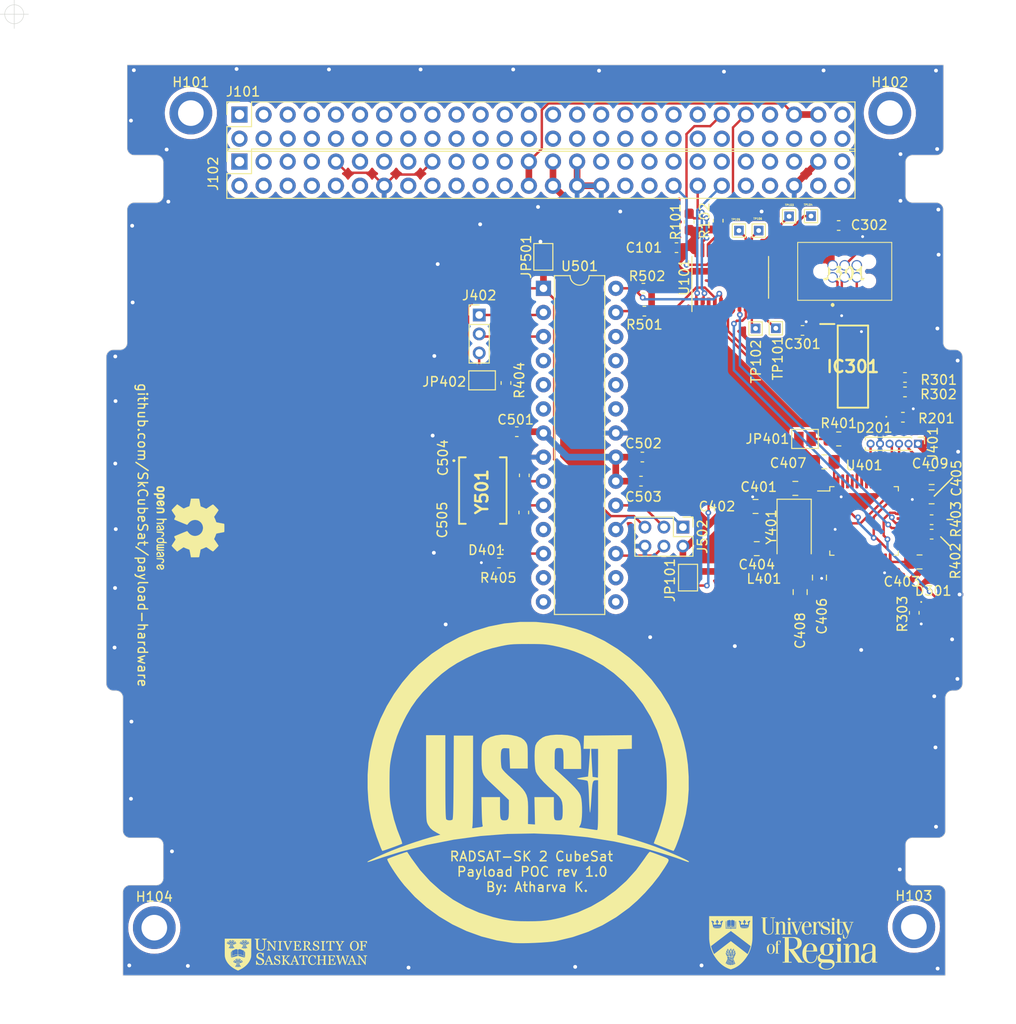
<source format=kicad_pcb>
(kicad_pcb (version 20221018) (generator pcbnew)
  (layers (0 "F.Cu" signal) (31 "B.Cu" signal) (34 "B.Paste" user) (35 "F.Paste" user) (36 "B.SilkS" user "B.Silkscreen") (37 "F.SilkS" user "F.Silkscreen") (38 "B.Mask" user) (39 "F.Mask" user) (44 "Edge.Cuts" user))
  (net 0 "")
  (net 1 "+3.3V")
  (net 2 "GND")
  (net 3 "Net-(U401-VBAT)")
  (net 4 "/STM32/HSE_OUT")
  (net 5 "/STM32/HSE_IN")
  (net 6 "+3.3VA")
  (net 7 "/ATMEL/XTAL1")
  (net 8 "/ATMEL/XTAL2")
  (net 9 "Net-(IC301-~{MCLR}{slash}VPP{slash}RA3)")
  (net 10 "Net-(D201-K)")
  (net 11 "/PIC/SD1")
  (net 12 "/PIC/SC1")
  (net 13 "Net-(IC301-RA1{slash}ICSPCLK)")
  (net 14 "Net-(IC301-RA0{slash}ICSPDAT)")
  (net 55 "SDA")
  (net 56 "CANH")
  (net 57 "SCL")
  (net 58 "CANL")
  (net 61 "+5V")
  (net 93 "Net-(J102-Pin_38)")
  (net 95 "Net-(J102-Pin_40)")
  (net 97 "Net-(J102-Pin_42)")
  (net 107 "/STM32/SWDIO")
  (net 108 "/STM32/nRESET")
  (net 109 "/STM32/SWCLK")
  (net 110 "/STM32/SWO")
  (net 111 "/ATMEL/RXD")
  (net 112 "/ATMEL/TXD")
  (net 113 "MISO")
  (net 114 "SCK")
  (net 115 "MOSI")
  (net 116 "Net-(JP101-A)")
  (net 117 "Net-(JP401-B)")
  (net 118 "/STM32/SC2")
  (net 119 "/STM32/SD2")
  (net 120 "/ATMEL/SD0")
  (net 121 "/ATMEL/SC0")
  (net 122 "Net-(U101-SC3)")
  (net 123 "Net-(U101-SD3)")
  (net 124 "Net-(U101-SC4)")
  (net 125 "Net-(U101-SD4)")
  (net 126 "Net-(U101-SC5)")
  (net 127 "Net-(U101-SD5)")
  (net 153 "Net-(D201-A)")
  (net 162 "Net-(D301-K)")
  (net 163 "~{CS}")
  (net 164 "Net-(D301-A)")
  (net 165 "Net-(D401-K)")
  (net 166 "Net-(D401-A)")
  (net 167 "Net-(J402-Pin_3)")
  (net 185 "Net-(J502-~{RST})")
  (footprint "Capacitor_SMD:C_0805_2012Metric_Pad1.18x1.45mm_HandSolder" (layer "F.Cu") (at 165.735 99.187 180)
    (fp_text reference "C404")
    (fp_text value "30p")
  )
  (footprint "USST_logo:u_of_r_logo_20x8" (layer "F.Cu") (at 169.4688 140.6652)
    (fp_text reference "G***" hide)
    (fp_text value "LOGO" hide)
  )
  (footprint "Capacitor_SMD:C_0603_1608Metric" (layer "F.Cu") (at 140.462 86.868 180)
    (fp_text reference "C501")
    (fp_text value "0.1u")
  )
  (footprint "Resistor_SMD:R_0805_2012Metric_Pad1.20x1.40mm_HandSolder" (layer "F.Cu") (at 174.371 87.63)
    (fp_text reference "R401")
    (fp_text value "10k")
  )
  (footprint "Capacitor_SMD:C_0805_2012Metric_Pad1.18x1.45mm_HandSolder" (layer "F.Cu") (at 165.608 94.742 180)
    (fp_text reference "C402")
    (fp_text value "30p")
  )
  (footprint "Capacitor_SMD:C_0603_1608Metric_Pad1.08x0.95mm_HandSolder" (layer "F.Cu") (at 182.3212 105.9434 -90)
    (fp_text reference "R303")
    (fp_text value "1k")
  )
  (footprint "SamacSys_Parts:ECS100S20ATR" (layer "F.Cu") (at 136.8806 93.0656 -90)
    (fp_text reference "Y501")
    (fp_text value "ECS-100-S-20A-TR" hide)
  )
  (footprint "TestPoint:TestPoint_THTPad_1.0x1.0mm_Drill0.5mm" (layer "F.Cu") (at 165.9382 65.6844)
    (fp_text reference "TP106")
    (fp_text value "TestPoint")
  )
  (footprint "TestPoint:TestPoint_THTPad_1.0x1.0mm_Drill0.5mm" (layer "F.Cu") (at 163.8554 65.6844)
    (fp_text reference "TP105")
    (fp_text value "TestPoint")
  )
  (footprint "Connector_PinSocket_2.54mm:PinSocket_2x26_P2.54mm_Vertical" (layer "F.Cu") (at 111.252 53.467 90)
    (fp_text reference "J101")
    (fp_text value "Conn_02x26_Odd_Even")
  )
  (footprint "Capacitor_SMD:C_0603_1608Metric_Pad1.08x0.95mm_HandSolder" (layer "F.Cu") (at 181.3465 82.679 180)
    (fp_text reference "R302")
    (fp_text value "2k")
  )
  (footprint "Capacitor_SMD:C_0603_1608Metric_Pad1.08x0.95mm_HandSolder" (layer "F.Cu") (at 158.623 64.77 90)
    (fp_text reference "R101")
    (fp_text value "2k")
  )
  (footprint "Jumper:SolderJumper-2_P1.3mm_Open_Pad1.0x1.5mm" (layer "F.Cu") (at 158.496 102.235 90)
    (fp_text reference "JP101")
    (fp_text value "Jumper_2_Open")
  )
  (footprint "Capacitor_SMD:C_0603_1608Metric" (layer "F.Cu") (at 174.3615 65.153)
    (fp_text reference "C302")
    (fp_text value "0.1u")
  )
  (footprint "LED_SMD:LED_0402_1005Metric_Pad0.77x0.64mm_HandSolder" (layer "F.Cu") (at 178.1118 85.2932 180)
    (fp_text reference "D201")
    (fp_text value "LED")
  )
  (footprint "USST_logo:usask_logo_15x3" (layer "F.Cu") (at 117.1956 141.9352)
    (fp_text reference "G***" hide)
    (fp_text value "LOGO" hide)
  )
  (footprint "TestPoint:TestPoint_THTPad_1.0x1.0mm_Drill0.5mm" (layer "F.Cu") (at 167.7416 75.9714)
    (fp_text reference "TP101")
    (fp_text value "TestPoint")
  )
  (footprint "Package_DIP:DIP-28_W7.62mm" (layer "F.Cu") (at 143.266 71.765)
    (fp_text reference "U501")
    (fp_text value "ATmega328-P")
  )
  (footprint "Capacitor_SMD:C_0603_1608Metric_Pad1.08x0.95mm_HandSolder" (layer "F.Cu") (at 161.671 64.643 90)
    (fp_text reference "R102")
    (fp_text value "2k")
  )
  (footprint "MountingHole:MountingHole_2.7mm_M2.5_ISO7380_Pad" (layer "F.Cu") (at 102.280024 139.10086)
    (fp_text reference "H104")
    (fp_text value "MountingHole")
  )
  (footprint "Capacitor_SMD:C_0805_2012Metric_Pad1.18x1.45mm_HandSolder" (layer "F.Cu") (at 184.15 93.726 180)
    (fp_text reference "C405")
    (fp_text value "100n")
  )
  (footprint "Connector_PinSocket_2.54mm:PinSocket_2x26_P2.54mm_Vertical" (layer "F.Cu") (at 111.252 58.42 90)
    (fp_text reference "J102")
    (fp_text value "Conn_02x26_Odd_Even")
  )
  (footprint "Inductor_SMD:L_0402_1005Metric" (layer "F.Cu") (at 170.157 101.219)
    (fp_text reference "L401")
    (fp_text value "27n")
  )
  (footprint "Connector_PinHeader_2.00mm:PinHeader_2x03_P2.00mm_Vertical" (layer "F.Cu") (at 157.956 96.917 -90)
    (fp_text reference "J502")
    (fp_text value "AVR-ISP-6")
  )
  (footprint "Capacitor_SMD:C_0805_2012Metric_Pad1.18x1.45mm_HandSolder" (layer "F.Cu") (at 170.307 103.759 -90)
    (fp_text reference "C408")
    (fp_text value "100n")
  )
  (footprint "Capacitor_SMD:C_0603_1608Metric_Pad1.08x0.95mm_HandSolder" (layer "F.Cu") (at 181.1274 85.344)
    (fp_text reference "R201")
    (fp_text value "1k")
  )
  (footprint "Capacitor_SMD:C_0603_1608Metric_Pad1.08x0.95mm_HandSolder" (layer "F.Cu") (at 181.3465 81.155 180)
    (fp_text reference "R301")
    (fp_text value "2k")
  )
  (footprint "Connector_PinHeader_1.00mm:PinHeader_1x06_P1.00mm_Vertical" (layer "F.Cu") (at 182.721 88.138 -90)
    (fp_text reference "J401")
    (fp_text value "Conn_01x06_Female")
  )
  (footprint "MountingHole:MountingHole_2.7mm_M2.5_ISO7380_Pad" (layer "F.Cu") (at 182.280024 139.00086)
    (fp_text reference "H103")
    (fp_text value "MountingHole")
  )
  (footprint "Capacitor_SMD:C_0805_2012Metric_Pad1.18x1.45mm_HandSolder" (layer "F.Cu") (at 172.339 102.235 -90)
    (fp_text reference "C406")
    (fp_text value "1u")
  )
  (footprint "Capacitor_SMD:C_0603_1608Metric" (layer "F.Cu") (at 153.543 92.075)
    (fp_text reference "C503")
    (fp_text value "0.1u")
  )
  (footprint "Capacitor_SMD:C_0603_1608Metric" (layer "F.Cu") (at 141.2494 91.4654 90)
    (fp_text reference "C504")
    (fp_text value "20pF")
  )
  (footprint "TestPoint:TestPoint_THTPad_1.0x1.0mm_Drill0.5mm" (layer "F.Cu") (at 165.608 75.9968)
    (fp_text reference "TP102")
    (fp_text value "TestPoint")
  )
  (footprint "Jumper:SolderJumper-2_P1.3mm_Open_Pad1.0x1.5mm" (layer "F.Cu") (at 170.815 87.63)
    (fp_text reference "JP401")
    (fp_text value "SolderJumper_2_Open")
  )
  (footprint "LED_SMD:LED_0402_1005Metric_Pad0.77x0.64mm_HandSolder" (layer "F.Cu") (at 184.3208 104.8004)
    (fp_text reference "D301")
    (fp_text value "LED")
  )
  (footprint "MountingHole:MountingHole_2.7mm_M2.5_ISO7380_Pad" (layer "F.Cu") (at 179.750024 53.31086)
    (fp_text reference "H102")
    (fp_text value "MountingHole")
  )
  (footprint "Connector_PinHeader_2.00mm:PinHeader_1x03_P2.00mm_Vertical" (layer "F.Cu") (at 136.4996 74.5744)
    (fp_text reference "J402")
    (fp_text value "Conn_01x03")
  )
  (footprint "Crystal:Crystal_SMD_5032-2Pin_5.0x3.2mm" (layer "F.Cu") (at 169.672 97.028 -90)
    (fp_text reference "Y401")
    (fp_text value "8MHz")
  )
  (footprint "Capacitor_SMD:C_0603_1608Metric_Pad1.08x0.95mm_HandSolder" (layer "F.Cu") (at 153.8975 74.168 180)
    (fp_text reference "R501")
    (fp_text value "2k")
  )
  (footprint "SamacSys_Parts:TC2030MCPNL10" (layer "F.Cu") (at 173.7265 70.614)
    (fp_text reference "J301")
    (fp_text value "TC2030-MCP-NL-10" hide)
  )
  (footprint "SamacSys_Parts:SOIC127P600X175-14N" (layer "F.Cu") (at 175.862 80.01)
    (fp_text reference "IC301")
    (fp_text value "PIC16F1503-I_SL" hide)
  )
  (footprint "Capacitor_SMD:C_0603_1608Metric" (layer "F.Cu") (at 157.28314 67.486024 180)
    (fp_text reference "C101")
    (fp_text value "0.1u")
  )
  (footprint "TestPoint:TestPoint_THTPad_1.0x1.0mm_Drill0.5mm" (layer "F.Cu") (at 169.1386 64.1858)
    (fp_text reference "TP103")
    (fp_text value "TestPoint")
  )
  (footprint "Capacitor_SMD:C_0805_2012Metric_Pad1.18x1.45mm_HandSolder" (layer "F.Cu") (at 182.88 100.584 180)
    (fp_text reference "C403")
    (fp_text value "100n")
  )
  (footprint "Symbol:OSHW-Logo2_9.8x8mm_SilkScreen" (layer "F.Cu") (at 105.9434 97.0026 -90)
    (fp_text reference "REF**" hide)
    (fp_text value "OSHW-Logo2_9.8x8mm_SilkScreen" hide)
  )
  (footprint "Capacitor_SMD:C_0805_2012Metric_Pad1.18x1.45mm_HandSolder" (layer "F.Cu") (at 172.847 90.043)
    (fp_text reference "C407")
    (fp_text value "100n")
  )
  (footprint "TestPoint:TestPoint_THTPad_1.0x1.0mm_Drill0.5mm" (layer "F.Cu") (at 171.45 64.1604)
    (fp_text reference "TP104")
    (fp_text value "TestPoint")
  )
  (footprint "Jumper:SolderJumper-2_P1.3mm_Open_Pad1.0x1.5mm" (layer "F.Cu") (at 136.8044 81.4578)
    (fp_text reference "JP402")
    (fp_text value "Jumper_2_Open")
  )
  (footprint "Capacitor_SMD:C_0603_1608Metric_Pad1.08x0.95mm_HandSolder" (layer "F.Cu") (at 138.5824 100.6856 180)
    (fp_text reference "R405")
    (fp_text value "1k")
  )
  (footprint "Capacitor_SMD:C_0603_1608Metric" (layer "F.Cu") (at 170.5515 76.202 180)
    (fp_text reference "C301")
    (fp_text value "0.1u")
  )
  (footprint "Capacitor_SMD:C_0603_1608Metric_Pad1.08x0.95mm_HandSolder" (layer "F.Cu") (at 153.797 71.755 180)
    (fp_text reference "R502")
    (fp_text value "2k")
  )
  (footprint "Capacitor_SMD:C_0603_1608Metric_Pad1.08x0.95mm_HandSolder" (layer "F.Cu") (at 184.15 96.139 180)
    (fp_text reference "R403")
    (fp_text value "2k")
  )
  (footprint "Capacitor_SMD:C_0603_1608Metric_Pad1.08x0.95mm_HandSolder" (layer "F.Cu") (at 139.319 81.7372 90)
    (fp_text reference "R404")
    (fp_text value "4k7")
  )
  (footprint "Package_SO:TSSOP-24_4.4x7.8mm_P0.65mm" (layer "F.Cu") (at 162.941 70.612 90)
    (fp_text reference "U101")
    (fp_text value "PCA9548APW")
  )
  (footprint "Capacitor_SMD:C_0603_1608Metric" (layer "F.Cu") (at 153.683 89.535)
    (fp_text reference "C502")
    (fp_text value "0.1u")
  )
  (footprint "Package_QFP:LQFP-48_7x7mm_P0.5mm" (layer "F.Cu") (at 177.038 96.266)
    (fp_text reference "U401")
    (fp_text value "STM32F103C8T6")
  )
  (footprint "Capacitor_SMD:C_0603_1608Metric_Pad1.08x0.95mm_HandSolder" (layer "F.Cu") (at 184.15 97.663 180)
    (fp_text reference "R402")
    (fp_text value "2k")
  )
  (footprint "MountingHole:MountingHole_2.7mm_M2.5_ISO7380_Pad" (layer "F.Cu") (at 106.130024 53.31086)
    (fp_text reference "H101")
    (fp_text value "MountingHole")
  )
  (footprint "Capacitor_SMD:C_0603_1608Metric" (layer "F.Cu") (at 141.1986 95.377 -90)
    (fp_text reference "C505")
    (fp_text value "20pF")
  )
  (footprint "Jumper:SolderJumper-2_P1.3mm_Open_Pad1.0x1.5mm" (layer "F.Cu") (at 143.256 68.453 90)
    (fp_text reference "JP501")
    (fp_text value "Jumper_2_Open")
  )
  (footprint "USST_logo:USST_logo" (layer "F.Cu") (at 141.6558 123.825)
    (fp_text reference "G***" hide)
    (fp_text value "LOGO" hide)
  )
  (footprint "Capacitor_SMD:C_0805_2012Metric_Pad1.18x1.45mm_HandSolder" (layer "F.Cu") (at 169.799 92.837)
    (fp_text reference "C401")
    (fp_text value "4u7")
  )
  (footprint "Capacitor_SMD:C_0805_2012Metric_Pad1.18x1.45mm_HandSolder" (layer "F.Cu") (at 184.15 91.694 180)
    (fp_text reference "C409")
    (fp_text value "100n")
  )
  (footprint "LED_SMD:LED_0402_1005Metric_Pad0.77x0.64mm_HandSolder" (layer "F.Cu") (at 140.2588 99.314)
    (fp_text reference "D401")
    (fp_text value "LED")
  )
  (gr_line (start 186.055 98.8822) (end 185.1152 97.9424) (stroke (width 0.15)) (layer "F.SilkS"))
  (gr_line (start 186.4106 96.1136) (end 185.7756 96.1136) (stroke (width 0.15)) (layer "F.SilkS"))
  (gr_line (start 186.3598 91.7194) (end 184.4294 93.6498) (stroke (width 0.15)) (layer "F.SilkS"))
  (gr_arc (start 97.980024 114.13086) (mid 97.449694 113.91119) (end 97.230024 113.38086) (stroke (width 0.05)) (layer "Edge.Cuts"))
  (gr_arc (start 102.480024 129.63086) (mid 103.010354 129.85053) (end 103.230024 130.38086) (stroke (width 0.05)) (layer "Edge.Cuts"))
  (gr_arc (start 99.730024 129.63086) (mid 99.199694 129.41119) (end 98.980024 128.88086) (stroke (width 0.05)) (layer "Edge.Cuts"))
  (gr_line (start 97.980024 114.13086) (end 98.230024 114.13086) (stroke (width 0.05)) (layer "Edge.Cuts"))
  (gr_arc (start 186.130024 78.24086) (mid 185.599694 78.02119) (end 185.380024 77.49086) (stroke (width 0.05)) (layer "Edge.Cuts"))
  (gr_arc (start 182.150024 134.63086) (mid 181.619694 134.41119) (end 181.400024 133.88086) (stroke (width 0.05)) (layer "Edge.Cuts"))
  (gr_line (start 185.600024 144.13086) (end 98.980024 144.13086) (stroke (width 0.05)) (layer "Edge.Cuts"))
  (gr_line (start 100.180024 57.74086) (end 102.480024 57.74086) (stroke (width 0.05)) (layer "Edge.Cuts"))
  (gr_arc (start 185.400024 56.99086) (mid 185.180354 57.52119) (end 184.650024 57.74086) (stroke (width 0.05)) (layer "Edge.Cuts"))
  (gr_line (start 103.230024 58.49086) (end 103.230024 61.99086) (stroke (width 0.05)) (layer "Edge.Cuts"))
  (gr_line (start 181.400024 58.49086) (end 181.400024 61.99086) (stroke (width 0.05)) (layer "Edge.Cuts"))
  (gr_line (start 182.150024 62.74086) (end 184.630024 62.74086) (stroke (width 0.05)) (layer "Edge.Cuts"))
  (gr_arc (start 186.650024 78.24086) (mid 187.180354 78.46053) (end 187.400024 78.99086) (stroke (width 0.05)) (layer "Edge.Cuts"))
  (gr_arc (start 102.480024 57.74086) (mid 103.010354 57.96053) (end 103.230024 58.49086) (stroke (width 0.05)) (layer "Edge.Cuts"))
  (gr_line (start 103.230024 130.38086) (end 103.230024 133.88086) (stroke (width 0.05)) (layer "Edge.Cuts"))
  (gr_line (start 99.430024 48.24086) (end 185.400024 48.24086) (stroke (width 0.05)) (layer "Edge.Cuts"))
  (gr_arc (start 97.230024 78.99086) (mid 97.449694 78.46053) (end 97.980024 78.24086) (stroke (width 0.05)) (layer "Edge.Cuts"))
  (gr_line (start 184.650024 57.74086) (end 182.150024 57.74086) (stroke (width 0.05)) (layer "Edge.Cuts"))
  (gr_line (start 184.850024 129.63086) (end 182.150024 129.63086) (stroke (width 0.05)) (layer "Edge.Cuts"))
  (gr_line (start 182.150024 134.63086) (end 184.850024 134.63086) (stroke (width 0.05)) (layer "Edge.Cuts"))
  (gr_line (start 102.480024 62.74086) (end 100.180024 62.74086) (stroke (width 0.05)) (layer "Edge.Cuts"))
  (gr_line (start 185.380024 63.49086) (end 185.380024 77.49086) (stroke (width 0.05)) (layer "Edge.Cuts"))
  (gr_arc (start 103.230024 133.88086) (mid 103.010354 134.41119) (end 102.480024 134.63086) (stroke (width 0.05)) (layer "Edge.Cuts"))
  (gr_line (start 99.430024 63.49086) (end 99.430024 77.49086) (stroke (width 0.05)) (layer "Edge.Cuts"))
  (gr_arc (start 184.850024 134.63086) (mid 185.380354 134.85053) (end 185.600024 135.38086) (stroke (width 0.05)) (layer "Edge.Cuts"))
  (gr_arc (start 100.180024 57.74086) (mid 99.649694 57.52119) (end 99.430024 56.99086) (stroke (width 0.05)) (layer "Edge.Cuts"))
  (gr_arc (start 103.230024 61.99086) (mid 103.010354 62.52119) (end 102.480024 62.74086) (stroke (width 0.05)) (layer "Edge.Cuts"))
  (gr_arc (start 99.430024 63.49086) (mid 99.649694 62.96053) (end 100.180024 62.74086) (stroke (width 0.05)) (layer "Edge.Cuts"))
  (gr_arc (start 185.600024 114.88086) (mid 185.819694 114.35053) (end 186.350024 114.13086) (stroke (width 0.05)) (layer "Edge.Cuts"))
  (gr_line (start 97.230024 78.99086) (end 97.230024 113.38086) (stroke (width 0.05)) (layer "Edge.Cuts"))
  (gr_line (start 102.480024 134.63086) (end 99.730024 134.63086) (stroke (width 0.05)) (layer "Edge.Cuts"))
  (gr_arc (start 187.400024 113.38086) (mid 187.180354 113.91119) (end 186.650024 114.13086) (stroke (width 0.05)) (layer "Edge.Cuts"))
  (gr_line (start 185.600024 114.88086) (end 185.600024 128.88086) (stroke (width 0.05)) (layer "Edge.Cuts"))
  (gr_arc (start 181.400024 58.49086) (mid 181.619694 57.96053) (end 182.150024 57.74086) (stroke (width 0.05)) (layer "Edge.Cuts"))
  (gr_arc (start 99.430024 77.49086) (mid 99.210354 78.02119) (end 98.680024 78.24086) (stroke (width 0.05)) (layer "Edge.Cuts"))
  (gr_line (start 99.430024 48.24086) (end 99.430024 56.99086) (stroke (width 0.05)) (layer "Edge.Cuts"))
  (gr_line (start 181.400024 130.38086) (end 181.400024 133.88086) (stroke (width 0.05)) (layer "Edge.Cuts"))
  (gr_line (start 185.400024 48.24086) (end 185.400024 56.99086) (stroke (width 0.05)) (layer "Edge.Cuts"))
  (gr_arc (start 181.400024 130.38086) (mid 181.619694 129.85053) (end 182.150024 129.63086) (stroke (width 0.05)) (layer "Edge.Cuts"))
  (gr_arc (start 184.630024 62.74086) (mid 185.160354 62.96053) (end 185.380024 63.49086) (stroke (width 0.05)) (layer "Edge.Cuts"))
  (gr_line (start 186.130024 78.24086) (end 186.650024 78.24086) (stroke (width 0.05)) (layer "Edge.Cuts"))
  (gr_line (start 98.980024 135.38086) (end 98.980024 144.13086) (stroke (width 0.05)) (layer "Edge.Cuts"))
  (gr_line (start 98.980024 114.88086) (end 98.980024 128.88086) (stroke (width 0.05)) (layer "Edge.Cuts"))
  (gr_line (start 98.680024 78.24086) (end 97.980024 78.24086) (stroke (width 0.05)) (layer "Edge.Cuts"))
  (gr_arc (start 98.230024 114.13086) (mid 98.760354 114.35053) (end 98.980024 114.88086) (stroke (width 0.05)) (layer "Edge.Cuts"))
  (gr_line (start 99.730024 129.63086) (end 102.480024 129.63086) (stroke (width 0.05)) (layer "Edge.Cuts"))
  (gr_arc (start 98.980024 135.38086) (mid 99.199694 134.85053) (end 99.730024 134.63086) (stroke (width 0.05)) (layer "Edge.Cuts"))
  (gr_line (start 187.400024 78.99086) (end 187.400024 113.38086) (stroke (width 0.05)) (layer "Edge.Cuts"))
  (gr_arc (start 185.600024 128.88086) (mid 185.380354 129.41119) (end 184.850024 129.63086) (stroke (width 0.05)) (layer "Edge.Cuts"))
  (gr_arc (start 182.150024 62.74086) (mid 181.619694 62.52119) (end 181.400024 61.99086) (stroke (width 0.05)) (layer "Edge.Cuts"))
  (gr_line (start 186.650024 114.13086) (end 186.350024 114.13086) (stroke (width 0.05)) (layer "Edge.Cuts"))
  (gr_line (start 185.600024 135.38086) (end 185.600024 144.13086) (stroke (width 0.05)) (layer "Edge.Cuts"))
  (gr_text "github.com/SkCubeSat/payload-hardware" (at 100.457 81.661 270) (layer "F.SilkS") (effects (font (size 1 1)) (justify left bottom)))
  (gr_text "RADSAT-SK 2 CubeSat\n Payload POC rev 1.0 \n     By: Atharva K." (at 133.2992 135.4074) (layer "F.SilkS") (effects (font (size 1 1)) (justify left bottom)))
  (target plus (at 87.5284 42.9006) (size 3) (width 0.05) (layer "Edge.Cuts"))
  (segment (start 182.721 83.191) (end 183.6771 83.191) (width 0.7) (layer "F.Cu") (net 1))
  (segment (start 171.998 68.794) (end 171.323 69.469) (width 0.7) (layer "F.Cu") (net 1))
  (segment (start 168.7615 92.837) (end 164.531629 92.837) (width 0.7) (layer "F.Cu") (net 1))
  (segment (start 173.1765 68.794) (end 171.998 68.794) (width 0.7) (layer "F.Cu") (net 1))
  (segment (start 152.768 92.075) (end 150.896 92.075) (width 0.7) (layer "F.Cu") (net 1))
  (segment (start 185.1875 91.694) (end 185.1875 90.6045) (width 0.7) (layer "F.Cu") (net 1))
  (segment (start 173.5865 65.153) (end 173.5865 65.913) (width 0.7) (layer "F.Cu") (net 1))
  (segment (start 152.898 89.545) (end 152.908 89.535) (width 0.7) (layer "F.Cu") (net 1))
  (segment (start 182.209 70.654484) (end 175.682516 64.128) (width 0.7) (layer "F.Cu") (net 1))
  (segment (start 182.209 81.155) (end 182.209 70.654484) (width 0.7) (layer "F.Cu") (net 1))
  (segment (start 158.496 101.585) (end 168.275 101.585) (width 0.7) (layer "F.Cu") (net 1))
  (segment (start 183.6928 88.1223) (end 183.6928 83.1753) (width 0.7) (layer "F.Cu") (net 1))
  (segment (start 161.671 65.5055) (end 160.190618 65.5055) (width 0.7) (layer "F.Cu") (net 1))
  (segment (start 139.319 84.928984) (end 141.237 86.846984) (width 0.7) (layer "F.Cu") (net 1))
  (segment (start 159.131 66.1405) (end 158.623 65.6325) (width 0.7) (layer "F.Cu") (net 1))
  (segment (start 169.500629 105.934) (end 178.5675 105.934) (width 0.7) (layer "F.Cu") (net 1))
  (segment (start 173.7265 69.344) (end 173.1765 68.794) (width 0.7) (layer "F.Cu") (net 1))
  (segment (start 185.1875 99.314) (end 185.1875 91.694) (width 0.7) (layer "F.Cu") (net 1))
  (segment (start 173.5865 64.6675) (end 173.5865 65.913) (width 0.7) (layer "F.Cu") (net 1))
  (segment (start 183.6771 83.191) (end 183.6928 83.1753) (width 0.7) (layer "F.Cu") (net 1))
  (segment (start 158.868682 69.9682) (end 160.746092 69.9682) (width 0.7) (layer "F.Cu") (net 1))
  (segment (start 168.275 101.585) (end 169.306 101.585) (width 0.7) (layer "F.Cu") (net 1))
  (segment (start 168.275 101.585) (end 168.275 104.708371) (width 0.7) (layer "F.Cu") (net 1))
  (segment (start 139.319 82.5997) (end 139.319 84.928984) (width 0.7) (layer "F.Cu") (net 1))
  (segment (start 159.131 67.818) (end 159.131 66.1405) (width 0.7) (layer "F.Cu") (net 1))
  (segment (start 160.739115 96.629515) (end 158.451629 98.917) (width 0.7) (layer "F.Cu") (net 1))
  (segment (start 160.739115 96.629515) (end 158.0576 93.948) (width 0.7) (layer "F.Cu") (net 1))
  (segment (start 160.746092 69.9682) (end 161.677291 69.037) (width 0.7) (layer "F.Cu") (net 1))
  (segment (start 183.6928 88.1223) (end 182.7367 88.1223) (width 0.7) (layer "F.Cu") (net 1))
  (segment (start 154.6595 74.0675) (end 154.76 74.168) (width 0.7) (layer "F.Cu") (net 1))
  (segment (start 171.8095 90.043) (end 170.165 88.3985) (width 0.7) (layer "F.Cu") (net 1))
  (segment (start 157.991518 70.1412) (end 158.695682 70.1412) (width 0.7) (layer "F.Cu") (net 1))
  (segment (start 168.7615 92.837) (end 171.5555 90.043) (width 0.7) (layer "F.Cu") (net 1))
  (segment (start 170.389394 65.7438) (end 172.9957 65.7438) (width 0.7) (layer "F.Cu") (net 1))
  (segment (start 183.9175 100.584) (end 185.1875 99.314) (width 0.7) (layer "F.Cu") (net 1))
  (segment (start 157.956 101.045) (end 158.496 101.585) (width 0.7) (layer "F.Cu") (net 1))
  (segment (start 157.956 98.917) (end 157.956 101.045) (width 0.7) (layer "F.Cu") (net 1))
  (segment (start 164.531629 92.837) (end 160.739115 96.629515) (width 0.7) (layer "F.Cu") (net 1))
  (segment (start 158.695682 70.1412) (end 158.868682 69.9682) (width 0.7) (layer "F.Cu") (net 1))
  (segment (start 154.6595 71.755) (end 154.6595 74.0675) (width 0.7) (layer "F.Cu") (net 1))
  (segment (start 150.896 92.075) (end 150.886 92.085) (width 0.7) (layer "F.Cu") (net 1))
  (segment (start 158.799024 67.486024) (end 159.131 67.818) (width 0.7) (layer "F.Cu") (net 1))
  (segment (start 152.768 92.697) (end 152.768 92.075) (width 0.7) (layer "F.Cu") (net 1))
  (segment (start 141.237 86.846984) (end 141.237 86.868) (width 0.7) (layer "F.Cu") (net 1))
  (segment (start 158.0576 93.948) (end 154.019 93.948) (width 0.7) (layer "F.Cu") (net 1))
  (segment (start 158.05814 68.35636) (end 158.05814 67.486024) (width 0.7) (layer "F.Cu") (net 1))
  (segment (start 141.237 86.868) (end 143.129 86.868) (width 0.7) (layer "F.Cu") (net 1))
  (segment (start 167.096194 69.037) (end 170.389394 65.7438) (width 0.7) (layer "F.Cu") (net 1))
  (segment (start 150.886 89.545) (end 152.898 89.545) (width 0.7) (layer "F.Cu") (net 1))
  (segment (start 171.323 69.469) (end 171.323 74.361) (width 0.7) (layer "F.Cu") (net 1))
  (segment (start 154.019 93.948) (end 152.768 92.697) (width 0.7) (layer "F.Cu") (net 1))
  (segment (start 175.682516 64.128) (end 174.126 64.128) (width 0.7) (layer "F.Cu") (net 1))
  (segment (start 169.306 101.585) (end 169.672 101.219) (width 0.7) (layer "F.Cu") (net 1))
  (segment (start 182.7367 88.1223) (end 182.721 88.138) (width 0.7) (layer "F.Cu") (net 1))
  (segment (start 158.05814 67.486024) (end 158.799024 67.486024) (width 0.7) (layer "F.Cu") (net 1))
  (segment (start 171.323 74.361) (end 173.162 76.2) (width 0.7) (layer "F.Cu") (net 1))
  (segment (start 154.6595 71.755) (end 154.6595 71.3475) (width 0.7) (layer "F.Cu") (net 1))
  (segment (start 171.3265 76.202) (end 173.16 76.202) (width 0.7) (layer "F.Cu") (net 1))
  (segment (start 154.6595 71.3475) (end 144.272 60.96) (width 0.7) (layer "F.Cu") (net 1))
  (segment (start 182.209 82.679) (end 182.209 81.155) (width 0.7) (layer "F.Cu") (net 1))
  (segment (start 158.623 65.6325) (end 161.544 65.6325) (width 0.7) (layer "F.Cu") (net 1))
  (segment (start 157.4936 68.202518) (end 157.4936 69.643282) (width 0.7) (layer "F.Cu") (net 1))
  (segment (start 158.451629 98.917) (end 157.956 98.917) (width 0.7) (layer "F.Cu") (net 1))
  (segment (start 173.5865 69.204) (end 173.7265 69.344) (width 0.7) (layer "F.Cu") (net 1))
  (segment (start 182.721 83.191) (end 182.209 82.679) (width 0.7) (layer "F.Cu") (net 1))
  (segment (start 168.275 104.708371) (end 169.500629 105.934) (width 0.7) (layer "F.Cu") (net 1))
  (segment (start 154.6595 71.755) (end 158.05814 68.35636) (width 0.7) (layer "F.Cu") (net 1))
  (segment (start 171.5555 90.043) (end 171.8095 90.043) (width 0.7) (layer "F.Cu") (net 1))
  (segment (start 160.190618 65.5055) (end 157.4936 68.202518) (width 0.7) (layer "F.Cu") (net 1))
  (segment (start 174.126 64.128) (end 173.5865 64.6675) (width 0.7) (layer "F.Cu") (net 1))
  (segment (start 173.16 76.202) (end 173.162 76.2) (width 0.7) (layer "F.Cu") (net 1))
  (segment (start 173.5865 65.913) (end 173.5865 69.204) (width 0.7) (layer "F.Cu") (net 1))
  (segment (start 172.9957 65.7438) (end 173.5865 65.153) (width 0.7) (layer "F.Cu") (net 1))
  (segment (start 185.1875 90.6045) (end 182.721 88.138) (width 0.7) (layer "F.Cu") (net 1))
  (segment (start 144.272 58.42) (end 144.272 60.96) (width 0.7) (layer "F.Cu") (net 1))
  (segment (start 143.129 86.868) (end 143.266 87.005) (width 0.7) (layer "F.Cu") (net 1))
  (segment (start 157.4936 69.643282) (end 157.991518 70.1412) (width 0.7) (layer "F.Cu") (net 1))
  (segment (start 150.886 89.545) (end 150.886 92.085) (width 0.7) (layer "F.Cu") (net 1))
  (segment (start 178.5675 105.934) (end 183.9175 100.584) (width 0.7) (layer "F.Cu") (net 1))
  (segment (start 170.165 88.3985) (end 170.165 87.63) (width 0.7) (layer "F.Cu") (net 1))
  (segment (start 161.677291 69.037) (end 167.096194 69.037) (width 0.7) (layer "F.Cu") (net 1))
  (segment (start 161.544 65.6325) (end 161.671 65.5055) (width 0.7) (layer "F.Cu") (net 1))
  (segment (start 145.806 89.545) (end 143.266 87.005) (width 0.7) (layer "B.Cu") (net 1))
  (segment (start 150.886 89.545) (end 145.806 89.545) (width 0.7) (layer "B.Cu") (net 1))
  (segment (start 175.1365 65.153) (end 175.718272 65.153) (width 0.254) (layer "F.Cu") (net 2))
  (segment (start 172.339 102.5398) (end 172.5676 102.3112) (width 0.254) (layer "F.Cu") (net 2))
  (segment (start 136.7536 100.6856) (end 136.7282 100.6602) (width 0.254) (layer "F.Cu") (net 2))
  (segment (start 174.9965 70.614) (end 174.693 70.9175) (width 0.254) (layer "F.Cu") (net 2))
  (segment (start 125.129 59.597) (end 126.492 60.96) (width 0.254) (layer "F.Cu") (net 2))
  (segment (start 174.693 70.9175) (end 174.693 74.6506) (width 0.254) (layer "F.Cu") (net 2))
  (segment (start 121.412 58.42) (end 122.589 59.597) (width 0.254) (layer "F.Cu") (net 2))
  (segment (start 179.288 101.636) (end 179.197 101.727) (width 0.254) (layer "F.Cu") (net 2))
  (segment (start 146.812 60.96) (end 149.352 60.96) (width 0.7) (layer "F.Cu") (net 2))
  (segment (start 181.9899 84.6847) (end 182.2196 84.455) (width 0.25) (layer "F.Cu") (net 2))
  (segment (start 146.812 58.42) (end 146.812 60.96) (width 0.7) (layer "F.Cu") (net 2))
  (segment (start 122.589 59.597) (end 125.129 59.597) (width 0.254) (layer "F.Cu") (net 2))
  (segment (start 181.2005 94.016) (end 182.1074 94.016) (width 0.254) (layer "F.Cu") (net 2))
  (segment (start 170.0256 76.202) (end 170.942 75.2856) (width 0.254) (layer "F.Cu") (net 2))
  (segment (start 130.209 59.783) (end 131.572 58.42) (width 0.254) (layer "F.Cu") (net 2))
  (segment (start 173.853324 97.016) (end 173.991071 97.153747) (width 0.254) (layer "F.Cu") (net 2))
  (segment (start 172.8755 97.016) (end 173.853324 97.016) (width 0.254) (layer "F.Cu") (net 2))
  (segment (start 164.5705 94.742) (end 164.5705 94.4587) (width 0.254) (layer "F.Cu") (net 2))
  (segment (start 137.7199 100.6856) (end 136.7536 100.6856) (width 0.254) (layer "F.Cu") (net 2))
  (segment (start 127.669 59.783) (end 130.209 59.783) (width 0.254) (layer "F.Cu") (net 2))
  (segment (start 126.492 60.96) (end 127.669 59.783) (width 0.254) (layer "F.Cu") (net 2))
  (segment (start 175.718272 65.153) (end 176.885136 66.319864) (width 0.254) (layer "F.Cu") (net 2))
  (segment (start 172.339 103.2725) (end 172.339 102.5398) (width 0.254) (layer "F.Cu") (net 2))
  (segment (start 164.5705 94.4587) (end 165.3032 93.726) (width 0.254) (layer "F.Cu") (net 2))
  (segment (start 174.788 93.563) (end 174.625 93.726) (width 0.254) (layer "F.Cu") (net 2))
  (segment (start 181.9899 85.344) (end 181.9899 84.6847) (width 0.25) (layer "F.Cu") (net 2))
  (segment (start 182.7519 106.8059) (end 183.0578 107.1118) (width 0.254) (layer "F.Cu") (net 2))
  (segment (start 182.3212 106.8059) (end 182.7519 106.8059) (width 0.254) (layer "F.Cu") (net 2))
  (segment (start 169.7765 76.202) (end 170.0256 76.202) (width 0.254) (layer "F.Cu") (net 2))
  (segment (start 176.8856 76.2) (end 176.7586 76.327) (width 0.254) (layer "F.Cu") (net 2))
  (segment (start 143.256 67.1576) (end 142.9512 66.8528) (width 0.25) (layer "F.Cu") (net 2))
  (segment (start 174.788 92.1035) (end 174.788 93.563) (width 0.254) (layer "F.Cu") (net 2))
  (segment (start 172.212 58.42) (end 169.672 60.96) (width 0.7) (layer "F.Cu") (net 2))
  (segment (start 143.256 67.803) (end 143.256 67.1576) (width 0.25) (layer "F.Cu") (net 2))
  (segment (start 182.1074 94.016) (end 182.118 94.0054) (width 0.254) (layer "F.Cu") (net 2))
  (segment (start 179.288 100.4285) (end 179.288 101.636) (width 0.254) (layer "F.Cu") (net 2))
  (segment (start 178.562 76.2) (end 176.8856 76.2) (width 0.254) (layer "F.Cu") (net 2))
  (via (at 132.1308 69.215) (size 0.8) (drill 0.4) (layers "F.Cu" "B.Cu") (net 2))
  (via (at 99.822 125.5268) (size 0.8) (drill 0.4) (layers "F.Cu" "B.Cu") (net 2))
  (via (at 100.1268 48.7934) (size 0.8) (drill 0.4) (layers "F.Cu" "B.Cu") (net 2))
  (via (at 99.949 65.1764) (size 0.8) (drill 0.4) (layers "F.Cu" "B.Cu") (net 2))
  (via (at 154.5082 108.5088) (size 0.8) (drill 0.4) (layers "F.Cu" "B.Cu") (net 2))
  (via (at 186.944 88.9762) (size 0.8) (drill 0.4) (layers "F.Cu" "B.Cu") (net 2))
  (via (at 184.611721 48.834656) (size 0.8) (drill 0.4) (layers "F.Cu" "B.Cu") (net 2))
  (via (at 186.8932 79.375) (size 0.8) (drill 0.4) (layers "F.Cu" "B.Cu") (net 2))
  (via (at 184.8866 68.2244) (size 0.8) (drill 0.4) (layers "F.Cu" "B.Cu") (net 2))
  (via (at 180.7972 132.969) (size 0.8) (drill 0.4) (layers "F.Cu" "B.Cu") (net 2))
  (via (at 163.4236 109.4486) (size 0.8) (drill 0.4) (layers "F.Cu" "B.Cu") (net 2))
  (via (at 149.1234 48.8442) (size 0.8) (drill 0.4) (layers "F.Cu" "B.Cu") (net 2))
  (via (at 173.991071 97.153747) (size 0.6) (drill 0.3) (layers "F.Cu" "B.Cu") (net 2))
  (via (at 103.759 62.6364) (size 0.8) (drill 0.4) (layers "F.Cu" "B.Cu") (net 2))
  (via (at 131.7244 99.6188) (size 0.8) (drill 0.4) (layers "F.Cu" "B.Cu") (net 2))
  (via (at 99.9998 73.2536) (size 0.8) (drill 0.4) (layers "F.Cu" "B.Cu") (net 2))
  (via (at 131.7752 78.8924) (size 0.8) (drill 0.4) (layers "F.Cu" "B.Cu") (net 2))
  (via (at 176.7586 76.327) (size 0.6) (drill 0.3) (layers "F.Cu" "B.Cu") (net 2))
  (via (at 142.9512 66.8528) (size 0.8) (drill 0.4) (layers "F.Cu" "B.Cu") (net 2))
  (via (at 176.7332 109.855) (size 0.8) (drill 0.4) (layers "F.Cu" "B.Cu") (net 2))
  (via (at 183.0578 107.1118) (size 0.6) (drill 0.3) (layers "F.Cu" "B.Cu") (net 2))
  (via (at 99.8728 117.3988) (size 0.8) (drill 0.4) (layers "F.Cu" "B.Cu") (net 2))
  (via (at 176.885136 66.319864) (size 0.6) (drill 0.3) (layers "F.Cu" "B.Cu") (net 2))
  (via (at 99.6442 143.0782) (size 0.8) (drill 0.4) (layers "F.Cu" "B.Cu") (net 2))
  (via (at 184.7342 57.0992) (size 0.8) (drill 0.4) (layers "F.Cu" "B.Cu") (net 2))
  (via (at 132.969 107.1626) (size 0.8) (drill 0.4) (layers "F.Cu" "B.Cu") (net 2))
  (via (at 166.243 63.6778) (size 0.8) (drill 0.4) (layers "F.Cu" "B.Cu") (net 2))
  (via (at 110.9472 48.6664) (size 0.8) (drill 0.4) (layers "F.Cu" "B.Cu") (net 2))
  (via (at 142.6972 63.1952) (size 0.8) (drill 0.4) (layers "F.Cu" "B.Cu") (net 2))
  (via (at 120.6754 48.7172) (size 0.8) (drill 0.4) (layers "F.Cu" "B.Cu") (net 2))
  (via (at 170.942 75.2856) (size 0.6) (drill 0.3) (layers "F.Cu" "B.Cu") (net 2))
  (via (at 98.1964 83.6422) (size 0.8) (drill 0.4) (layers "F.Cu" "B.Cu") (net 2))
  (via (at 184.4294 114.7318) (size 0.8) (drill 0.4) (layers "F.Cu" "B.Cu") (net 2))
  (via (at 146.6088 143.2306) (size 0.8) (drill 0.4) (layers "F.Cu" "B.Cu") (net 2))
  (via (at 165.3032 93.726) (size 0.6) (drill 0.3) (layers "F.Cu" "B.Cu") (net 2))
  (via (at 130.3274 48.7172) (size 0.8) (drill 0.4) (layers "F.Cu" "B.Cu") (net 2))
  (via (at 184.615132 128.472498) (size 0.8) (drill 0.4) (layers "F.Cu" "B.Cu") (net 2))
  (via (at 184.5564 120.1166) (size 0.8) (drill 0.4) (layers "F.Cu" "B.Cu") (net 2))
  (via (at 182.118 94.0054) (size 0.6) (drill 0.3) (layers "F.Cu" "B.Cu") (net 2))
  (via (at 136.6012 65.024) (size 0.8) (drill 0.4) (layers "F.Cu" "B.Cu") (net 2))
  (via (at 131.5974 87.2744) (size 0.8) (drill 0.4) (layers "F.Cu" "B.Cu") (net 2))
  (via (at 172.5676 102.3112) (size 0.6) (drill 0.3) (layers "F.Cu" "B.Cu") (net 2))
  (via (at 186.309 108.7374) (size 0.8) (drill 0.4) (layers "F.Cu" "B.Cu") (net 2))
  (via (at 186.8678 112.903) (size 0.8) (drill 0.4) (layers "F.Cu" "B.Cu") (net 2))
  (via (at 104.14 131.064) (size 0.8) (drill 0.4) (layers "F.Cu" "B.Cu") (net 2))
  (via (at 98.171 78.9432) (size 0.8) (drill 0.4) (layers "F.Cu" "B.Cu") (net 2))
  (via (at 99.822 54.102) (size 0.8) (drill 0.4) (layers "F.Cu" "B.Cu") (net 2))
  (via (at 98.1456 103.3272) (size 0.8) (drill 0.4) (layers "F.Cu" "B.Cu") (net 2))
  (via (at 184.7596 75.9968) (size 0.8) (drill 0.4) (layers "F.Cu" "B.Cu") (net 2))
  (via (at 162.2806 48.9458) (size 0.8) (drill 0.4) (layers "F.Cu" "B.Cu") (net 2))
  (via (at 103.580468 57.147953) (size 0.8) (drill 0.4) (layers "F.Cu" "B.Cu") (net 2))
  (via (at 184.785 143.4084) (size 0.8) (drill 0.4) (layers "F.Cu" "B.Cu") (net 2))
  (via (at 179.197 101.727) (size 0.6) (drill 0.3) (layers "F.Cu" "B.Cu") (net 2))
  (via (at 187.0964 104.013) (size 0.8) (drill 0.4) (layers "F.Cu" "B.Cu") (net 2))
  (via (at 184.8612 63.4746) (size 0.8) (drill 0.4) (layers "F.Cu" "B.Cu") (net 2))
  (via (at 98.171 90.2208) (size 0.8) (drill 0.4) (layers "F.Cu" "B.Cu") (net 2))
  (via (at 180.868681 62.55059) (size 0.8) (drill 0.4) (layers "F.Cu" "B.Cu") (net 2))
  (via (at 174.625 93.726) (size 0.6) (drill 0.3) (layers "F.Cu" "B.Cu") (net 2))
  (via (at 140.081 48.7172) (size 0.8) (drill 0.4) (layers "F.Cu" "B.Cu") (net 2))
  (via (at 129.0574 143.3068) (size 0.8) (drill 0.4) (layers "F.Cu" "B.Cu") (net 2))
  (via (at 172.7708 48.8188) (size 0.8) (drill 0.4) (layers "F.Cu" "B.Cu") (net 2))
  (via (at 182.2196 84.455) (size 0.6) (drill 0.3) (layers "F.Cu" "B.Cu") (net 2))
  (via (at 105.8164 143.129) (size 0.8) (drill 0.4) (layers "F.Cu" "B.Cu") (net 2))
  (via (at 151.3586 63.6778) (size 0.8) (drill 0.4) (layers "F.Cu" "B.Cu") (net 2))
  (via (at 159.9184 143.0782) (size 0.8) (drill 0.4) (layers "F.Cu" "B.Cu") (net 2))
  (via (at 98.2218 97.1296) (size 0.8) (drill 0.4) (layers "F.Cu" "B.Cu") (net 2))
  (via (at 180.8734 57.6326) (size 0.8) (drill 0.4) (layers "F.Cu" "B.Cu") (net 2))
  (via (at 136.7282 100.6602) (size 0.6) (drill 0.3) (layers "F.Cu" "B.Cu") (net 2))
  (via (at 98.0948 109.601) (size 0.8) (drill 0.4) (layers "F.Cu" "B.Cu") (net 2))
  (via (at 174.6758 74.6506) (size 0.6) (drill 0.3) (layers "F.Cu" "B.Cu") (net 2))
  (segment (start 174.288 92.1035) (end 172.8755 93.516) (width 0.254) (layer "F.Cu") (net 3))
  (segment (start 181.8425 100.584) (end 179.9435 100.584) (width 0.254) (layer "F.Cu") (net 3))
  (segment (start 181.2005 93.516) (end 180.394486 93.516) (width 0.254) (layer "F.Cu") (net 3))
  (segment (start 178.308 98.044) (end 178.689 98.425) (width 0.254) (layer "F.Cu") (net 3))
  (segment (start 171.5155 93.516) (end 170.8365 92.837) (width 0.254) (layer "F.Cu") (net 3))
  (segment (start 173.8845 90.043) (end 173.8845 91.7) (width 0.254) (layer "F.Cu") (net 3))
  (segment (start 179.788 99.524) (end 178.689 98.425) (width 0.254) (layer "F.Cu") (net 3))
  (segment (start 176.10942 95.885) (end 176.403 95.885) (width 0.254) (layer "F.Cu") (net 3))
  (segment (start 180.394486 93.516) (end 178.054 95.856486) (width 0.254) (layer "F.Cu") (net 3))
  (segment (start 183.1125 91.694) (end 183.1125 93.726) (width 0.254) (layer "F.Cu") (net 3))
  (segment (start 173.8845 91.7) (end 174.288 92.1035) (width 0.254) (layer "F.Cu") (net 3))
  (segment (start 174.288 92.1035) (end 174.148 92.2435) (width 0.254) (layer "F.Cu") (net 3))
  (segment (start 183.1125 93.726) (end 182.9025 93.516) (width 0.254) (layer "F.Cu") (net 3))
  (segment (start 182.9025 93.516) (end 181.2005 93.516) (width 0.254) (layer "F.Cu") (net 3))
  (segment (start 181.8425 100.584) (end 181.462486 100.584) (width 0.254) (layer "F.Cu") (net 3))
  (segment (start 178.054 98.044) (end 178.308 98.044) (width 0.254) (layer "F.Cu") (net 3))
  (segment (start 179.9435 100.584) (end 179.788 100.4285) (width 0.254) (layer "F.Cu") (net 3))
  (segment (start 179.788 100.4285) (end 179.788 99.524) (width 0.254) (layer "F.Cu") (net 3))
  (segment (start 172.8755 93.516) (end 171.5155 93.516) (width 0.254) (layer "F.Cu") (net 3))
  (segment (start 178.054 95.856486) (end 178.054 98.044) (width 0.254) (layer "F.Cu") (net 3))
  (segment (start 174.148 93.92358) (end 176.10942 95.885) (width 0.254) (layer "F.Cu") (net 3))
  (segment (start 174.148 92.2435) (end 174.148 93.92358) (width 0.254) (layer "F.Cu") (net 3))
  (via (at 176.403 95.885) (size 0.6) (drill 0.3) (layers "F.Cu" "B.Cu") (net 3))
  (via (at 178.054 98.044) (size 0.6) (drill 0.3) (layers "F.Cu" "B.Cu") (net 3))
  (segment (start 176.403 95.885) (end 176.403 96.393) (width 0.254) (layer "B.Cu") (net 3))
  (segment (start 176.403 96.393) (end 178.054 98.044) (width 0.254) (layer "B.Cu") (net 3))
  (segment (start 167.0815 95.178) (end 166.6455 94.742) (width 0.254) (layer "F.Cu") (net 4))
  (segment (start 172.8755 95.516) (end 170.01 95.516) (width 0.254) (layer "F.Cu") (net 4))
  (segment (start 170.01 95.516) (end 169.672 95.178) (width 0.254) (layer "F.Cu") (net 4))
  (segment (start 169.672 95.178) (end 167.0815 95.178) (width 0.254) (layer "F.Cu") (net 4))
  (segment (start 172.8755 96.016) (end 172.069486 96.016) (width 0.254) (layer "F.Cu") (net 5))
  (segment (start 172.069486 96.016) (end 169.672 98.413486) (width 0.254) (layer "F.Cu") (net 5))
  (segment (start 169.672 98.878) (end 167.0815 98.878) (width 0.254) (layer "F.Cu") (net 5))
  (segment (start 169.672 98.413486) (end 169.672 98.878) (width 0.254) (layer "F.Cu") (net 5))
  (segment (start 167.0815 98.878) (end 166.7725 99.187) (width 0.254) (layer "F.Cu") (net 5))
  (segment (start 173.94 99.470486) (end 173.94 97.774486) (width 0.254) (layer "F.Cu") (net 6))
  (segment (start 172.339 101.1975) (end 172.339 101.092) (width 0.7) (layer "F.Cu") (net 6))
  (segment (start 173.681514 97.516) (end 172.8755 97.516) (width 0.254) (layer "F.Cu") (net 6))
  (segment (start 172.339 101.092) (end 173.355 100.076) (width 0.7) (layer "F.Cu") (net 6))
  (segment (start 173.355 100.076) (end 173.355 100.055486) (width 0.254) (layer "F.Cu") (net 6))
  (segment (start 172.3175 101.219) (end 172.339 101.1975) (width 0.7) (layer "F.Cu") (net 6))
  (segment (start 170.307 102.7215) (end 170.815 102.7215) (width 0.7) (layer "F.Cu") (net 6))
  (segment (start 170.815 102.7215) (end 172.339 101.1975) (width 0.7) (layer "F.Cu") (net 6))
  (segment (start 170.642 101.219) (end 172.3175 101.219) (width 0.7) (layer "F.Cu") (net 6))
  (segment (start 173.94 97.774486) (end 173.681514 97.516) (width 0.254) (layer "F.Cu") (net 6))
  (segment (start 173.355 100.055486) (end 173.94 99.470486) (width 0.254) (layer "F.Cu") (net 6))
  (segment (start 143.266 92.085) (end 141.4048 92.085) (width 0.254) (layer "F.Cu") (net 7))
  (segment (start 141.4048 92.085) (end 141.2494 92.2404) (width 0.254) (layer "F.Cu") (net 7))
  (segment (start 141.2494 92.2404) (end 138.9246 89.9156) (width 0.254) (layer "F.Cu") (net 7))
  (segment (start 138.9246 89.9156) (end 136.8806 89.9156) (width 0.254) (layer "F.Cu") (net 7))
  (segment (start 141.1986 94.602) (end 139.585 96.2156) (width 0.254) (layer "F.Cu") (net 8))
  (segment (start 139.585 96.2156) (end 136.8806 96.2156) (width 0.254) (layer "F.Cu") (net 8))
  (segment (start 143.266 94.625) (end 141.2216 94.625) (width 0.254) (layer "F.Cu") (net 8))
  (segment (start 141.2216 94.625) (end 141.1986 94.602) (width 0.254) (layer "F.Cu") (net 8))
  (segment (start 174.239 71.1265) (end 173.7265 70.614) (width 0.254) (layer "F.Cu") (net 9))
  (segment (start 174.239 79.358) (end 174.239 71.1265) (width 0.254) (layer "F.Cu") (net 9))
  (segment (start 173.162 80.01) (end 173.587 80.01) (width 0.254) (layer "F.Cu") (net 9))
  (segment (start 173.587 80.01) (end 174.239 79.358) (width 0.254) (layer "F.Cu") (net 9))
  (segment (start 180.2649 85.344) (end 178.7351 85.344) (width 0.25) (layer "F.Cu") (net 10))
  (segment (start 178.7351 85.344) (end 178.6843 85.2932) (width 0.25) (layer "F.Cu") (net 10))
  (segment (start 178.137 82.55) (end 175.7018 84.9852) (width 0.254) (layer "F.Cu") (net 11))
  (segment (start 162.2298 74.552069) (end 162.616 74.165869) (width 0.254) (layer "F.Cu") (net 11))
  (segment (start 178.562 82.55) (end 180.355 82.55) (width 0.254) (layer "F.Cu") (net 11))
  (segment (start 162.2298 76.424432) (end 162.2298 74.552069) (width 0.254) (layer "F.Cu") (net 11))
  (segment (start 170.790568 84.9852) (end 162.2298 76.424432) (width 0.254) (layer "F.Cu") (net 11))
  (segment (start 178.562 82.55) (end 178.137 82.55) (width 0.254) (layer "F.Cu") (net 11))
  (segment (start 175.7018 84.9852) (end 170.790568 84.9852) (width 0.254) (layer "F.Cu") (net 11))
  (segment (start 180.355 82.55) (end 180.484 82.679) (width 0.254) (layer "F.Cu") (net 11))
  (segment (start 162.616 74.165869) (end 162.616 73.4745) (width 0.254) (layer "F.Cu") (net 11))
  (segment (start 178.687 81.155) (end 178.562 81.28) (width 0.254) (layer "F.Cu") (net 12))
  (segment (start 162.7035 74.7785) (end 163.266 74.216) (width 0.254) (layer "F.Cu") (net 12))
  (segment (start 180.484 81.155) (end 178.687 81.155) (width 0.254) (layer "F.Cu") (net 12))
  (segment (start 170.97862 84.5312) (end 162.7035 76.25608) (width 0.254) (layer "F.Cu") (net 12))
  (segment (start 178.562 81.28) (end 178.137 81.28) (width 0.254) (layer "F.Cu") (net 12))
  (segment (start 178.137 81.28) (end 174.8858 84.5312) (width 0.254) (layer "F.Cu") (net 12))
  (segment (start 174.8858 84.5312) (end 170.97862 84.5312) (width 0.254) (layer "F.Cu") (net 12))
  (segment (start 163.266 74.216) (end 163.266 73.4745) (width 0.254) (layer "F.Cu") (net 12))
  (segment (start 162.7035 76.25608) (end 162.7035 74.7785) (width 0.254) (layer "F.Cu") (net 12))
  (segment (start 178.137 78.74) (end 176.2665 76.8695) (width 0.254) (layer "F.Cu") (net 13))
  (segment (start 176.2665 76.8695) (end 176.2665 70.614) (width 0.254) (layer "F.Cu") (net 13))
  (segment (start 178.562 78.74) (end 178.137 78.74) (width 0.254) (layer "F.Cu") (net 13))
  (segment (start 178.8668 77.47) (end 178.562 77.47) (width 0.254) (layer "F.Cu") (net 14))
  (segment (start 176.288 68.0525) (end 177.913641 68.0525) (width 0.254) (layer "F.Cu") (net 14))
  (segment (start 177.913641 68.0525) (end 179.639 69.777859) (width 0.254) (layer "F.Cu") (net 14))
  (segment (start 174.9965 69.344) (end 176.288 68.0525) (width 0.254) (layer "F.Cu") (net 14))
  (segment (start 179.639 69.777859) (end 179.639 76.6978) (width 0.254) (layer "F.Cu") (net 14))
  (segment (start 179.639 76.6978) (end 178.8668 77.47) (width 0.254) (layer "F.Cu") (net 14))
  (segment (start 159.16827 54.6862) (end 160.8328 54.6862) (width 0.254) (layer "F.Cu") (net 55))
  (segment (start 160.427265 64.389) (end 159.1045 64.389) (width 0.254) (layer "F.Cu") (net 55))
  (segment (start 158.335 55.51947) (end 159.16827 54.6862) (width 0.254) (layer "F.Cu") (net 55))
  (segment (start 158.335 63.6195) (end 158.335 55.51947) (width 0.254) (layer "F.Cu") (net 55))
  (segment (start 160.016 67.7495) (end 160.016 66.8822) (width 0.254) (layer "F.Cu") (net 55))
  (segment (start 160.016 66.8822) (end 160.4518 66.4464) (width 0.254) (layer "F.Cu") (net 55))
  (segment (start 160.8328 54.6862) (end 162.052 53.467) (width 0.254) (layer "F.Cu") (net 55))
  (segment (start 159.1045 64.389) (end 158.623 63.9075) (width 0.254) (layer "F.Cu") (net 55))
  (segment (start 158.623 63.9075) (end 158.335 63.6195) (width 0.254) (layer "F.Cu") (net 55))
  (via (at 160.427265 64.389) (size 0.6) (drill 0.3) (layers "F.Cu" "B.Cu") (net 55))
  (via (at 160.4518 66.4464) (size 0.6) (drill 0.3) (layers "F.Cu" "B.Cu") (net 55))
  (segment (start 160.4518 64.413535) (end 160.427265 64.389) (width 0.254) (layer "B.Cu") (net 55))
  (segment (start 160.4518 66.4464) (end 160.4518 64.413535) (width 0.254) (layer "B.Cu") (net 55))
  (segment (start 162.3325 63.7805) (end 162.5854 64.0334) (width 0.254) (layer "F.Cu") (net 57))
  (segment (start 162.5854 65.8525) (end 162.5854 64.0334) (width 0.25) (layer "F.Cu") (net 57))
  (segment (start 161.671 63.7805) (end 163.229 62.2225) (width 0.254) (layer "F.Cu") (net 57))
  (segment (start 161.671 63.7805) (end 162.3325 63.7805) (width 0.254) (layer "F.Cu") (net 57))
  (segment (start 163.229 62.2225) (end 163.229 54.83) (width 0.254) (layer "F.Cu") (net 57))
  (segment (start 160.666 67.7495) (end 160.666 67.058131) (width 0.254) (layer "F.Cu") (net 57))
  (segment (start 162.142324 66.37) (end 162.5854 65.926924) (width 0.254) (layer "F.Cu") (net 57))
  (segment (start 161.354131 66.37) (end 162.142324 66.37) (width 0.254) (layer "F.Cu") (net 57))
  (segment (start 162.5854 65.926924) (end 162.5854 65.8525) (width 0.254) (layer "F.Cu") (net 57))
  (segment (start 160.666 67.058131) (end 161.354131 66.37) (width 0.254) (layer "F.Cu") (net 57))
  (segment (start 163.229 54.83) (end 164.592 53.467) (width 0.254) (layer "F.Cu") (net 57))
  (segment (start 169.672 53.467) (end 172.212 53.467) (width 0.7) (layer "F.Cu") (net 61))
  (segment (start 143.095 57.057) (end 143.095 52.97947) (width 0.254) (layer "F.Cu") (net 61))
  (segment (start 143.78447 52.29) (end 168.495 52.29) (width 0.254) (layer "F.Cu") (net 61))
  (segment (start 141.732 60.96) (end 141.732 58.42) (width 0.7) (layer "F.Cu") (net 61))
  (segment (start 168.495 52.29) (end 169.672 53.467) (width 0.254) (layer "F.Cu") (net 61))
  (segment (start 143.095 52.97947) (end 143.78447 52.29) (width 0.254) (layer "F.Cu") (net 61))
  (segment (start 141.732 58.42) (end 143.095 57.057) (width 0.254) (layer "F.Cu") (net 61))
  (segment (start 160.465669 69.2912) (end 158.3436 69.2912) (width 0.254) (layer "F.Cu") (net 93))
  (segment (start 161.316 68.440869) (end 160.465669 69.2912) (width 0.254) (layer "F.Cu") (net 93))
  (segment (start 161.316 67.7495) (end 161.316 68.440869) (width 0.254) (layer "F.Cu") (net 93))
  (via (at 158.3436 69.2912) (size 0.6) (drill 0.3) (layers "F.Cu" "B.Cu") (net 93))
  (segment (start 158.3436 62.3316) (end 156.972 60.96) (width 0.254) (layer "B.Cu") (net 93))
  (segment (start 158.3436 69.2912) (end 158.3436 62.3316) (width 0.254) (layer "B.Cu") (net 93))
  (segment (start 160.139 73.3515) (end 160.016 73.4745) (width 0.254) (layer "F.Cu") (net 95))
  (segment (start 159.512 63.3283) (end 159.512 60.96) (width 0.254) (layer "F.Cu") (net 95))
  (segment (start 160.2232 72.2884) (end 160.139 72.3726) (width 0.254) (layer "F.Cu") (net 95))
  (segment (start 160.139 72.3726) (end 160.139 73.3515) (width 0.254) (layer "F.Cu") (net 95))
  (segment (start 159.9377 63.754) (end 159.512 63.3283) (width 0.254) (layer "F.Cu") (net 95))
  (via (at 160.2232 72.2884) (size 0.6) (drill 0.3) (layers "F.Cu" "B.Cu") (net 95))
  (via (at 159.9377 63.754) (size 0.6) (drill 0.3) (layers "F.Cu" "B.Cu") (net 95))
  (segment (start 159.950765 71.8312) (end 159.950765 63.767065) (width 0.254) (layer "B.Cu") (net 95))
  (segment (start 160.2232 72.103635) (end 159.950765 71.8312) (width 0.254) (layer "B.Cu") (net 95))
  (segment (start 159.950765 63.767065) (end 159.9377 63.754) (width 0.254) (layer "B.Cu") (net 95))
  (segment (start 160.2232 72.2884) (end 160.2232 72.103635) (width 0.254) (layer "B.Cu") (net 95))
  (segment (start 159.366 73.4745) (end 159.366 72.3643) (width 0.254) (layer "F.Cu") (net 97))
  (segment (start 159.366 72.3643) (end 159.4612 72.2691) (width 0.254) (layer "F.Cu") (net 97))
  (via (at 159.4612 72.2691) (size 0.6) (drill 0.3) (layers "F.Cu" "B.Cu") (net 97))
  (segment (start 159.4612 63.5508) (end 162.052 60.96) (width 0.254) (layer "B.Cu") (net 97))
  (segment (start 159.4612 72.2691) (end 159.4612 63.5508) (width 0.254) (layer "B.Cu") (net 97))
  (segment (start 184.15 94.317001) (end 183.598001 94.869) (width 0.254) (layer "F.Cu") (net 107))
  (segment (start 183.598001 94.869) (end 182.359514 94.869) (width 0.254) (layer "F.Cu") (net 107))
  (segment (start 181.721 88.138) (end 181.721 88.642) (width 0.254) (layer "F.Cu") (net 107))
  (segment (start 182.006514 94.516) (end 181.2005 94.516) (width 0.254) (layer "F.Cu") (net 107))
  (segment (start 181.721 88.642) (end 184.15 91.071) (width 0.254) (layer "F.Cu") (net 107))
  (segment (start 184.15 91.071) (end 184.15 94.317001) (width 0.254) (layer "F.Cu") (net 107))
  (segment (start 182.359514 94.869) (end 182.006514 94.516) (width 0.254) (layer "F.Cu") (net 107))
  (segment (start 180.721 92.456) (end 180.721 88.138) (width 0.254) (layer "F.Cu") (net 108))
  (segment (start 176.661 96.516) (end 180.721 92.456) (width 0.254) (layer "F.Cu") (net 108))
  (segment (start 172.8755 96.516) (end 176.661 96.516) (width 0.254) (layer "F.Cu") (net 108))
  (segment (start 179.959 88.376) (end 179.959 91.9325) (width 0.254) (layer "F.Cu") (net 109))
  (segment (start 179.959 91.9325) (end 179.788 92.1035) (width 0.254) (layer "F.Cu") (net 109))
  (segment (start 179.721 88.138) (end 179.959 88.376) (width 0.254) (layer "F.Cu") (net 109))
  (segment (start 178.788 91.297486) (end 178.788 92.1035) (width 0.254) (layer "F.Cu") (net 110))
  (segment (start 177.721 90.230486) (end 178.788 91.297486) (width 0.254) (layer "F.Cu") (net 110))
  (segment (start 177.721 88.138) (end 177.721 90.230486) (width 0.254) (layer "F.Cu") (net 110))
  (segment (start 142.9966 74.5744) (end 143.266 74.305) (width 0.254) (layer "F.Cu") (net 111))
  (segment (start 136.4996 74.5744) (end 142.9966 74.5744) (width 0.254) (layer "F.Cu") (net 111))
  (segment (start 136.7702 76.845) (end 136.4996 76.5744) (width 0.254) (layer "F.Cu") (net 112))
  (segment (start 143.266 76.845) (end 136.7702 76.845) (width 0.254) (layer "F.Cu") (net 112))
  (segment (start 156.954 95.915) (end 152.136 95.915) (width 0.254) (layer "B.Cu") (net 113))
  (segment (start 152.136 95.915) (end 150.886 97.165) (width 0.254) (layer "B.Cu") (net 113))
  (segment (start 157.956 96.917) (end 156.954 95.915) (width 0.254) (layer "B.Cu") (net 113))
  (segment (start 150.886 94.625) (end 153.664 94.625) (width 0.254) (layer "F.Cu") (net 114))
  (segment (start 153.664 94.625) (end 155.956 96.917) (width 0.254) (layer "F.Cu") (net 114))
  (segment (start 154.954 99.919) (end 151.1 99.919) (width 0.254) (layer "F.Cu") (net 115))
  (segment (start 151.1 99.919) (end 150.886 99.705) (width 0.254) (layer "F.Cu") (net 115))
  (segment (start 155.956 98.917) (end 154.954 99.919) (width 0.254) (layer "F.Cu") (net 115))
  (segment (start 160.666 95.366) (end 160.6296 95.4024) (width 0.254) (layer "F.Cu") (net 116))
  (segment (start 160.4772 103.0732) (end 158.6842 103.0732) (width 0.254) (layer "F.Cu") (net 116))
  (segment (start 160.666 73.4745) (end 160.666 95.366) (width 0.254) (layer "F.Cu") (net 116))
  (segment (start 158.6842 103.0732) (end 158.496 102.885) (width 0.254) (layer "F.Cu") (net 116))
  (via (at 160.6296 95.4024) (size 0.6) (drill 0.3) (layers "F.Cu" "B.Cu") (net 116))
  (via (at 160.4772 103.0732) (size 0.6) (drill 0.3) (layers "F.Cu" "B.Cu") (net 116))
  (segment (start 160.6296 95.4024) (end 160.6296 102.9208) (width 0.254) (layer "B.Cu") (net 116))
  (segment (start 160.6296 102.9208) (end 160.4772 103.0732) (width 0.254) (layer "B.Cu") (net 116))
  (segment (start 173.371 87.9) (end 176.288 90.817) (width 0.254) (layer "F.Cu") (net 117))
  (segment (start 173.371 87.63) (end 173.371 87.9) (width 0.254) (layer "F.Cu") (net 117))
  (segment (start 173.371 87.63) (end 171.465 87.63) (width 0.254) (layer "F.Cu") (net 117))
  (segment (start 176.288 90.817) (end 176.288 92.1035) (width 0.254) (layer "F.Cu") (net 117))
  (segment (start 164.592 73.5005) (end 164.566 73.4745) (width 0.254) (layer "F.Cu") (net 118))
  (segment (start 183.2875 97.663) (end 182.6405 97.016) (width 0.254) (layer "F.Cu") (net 118))
  (segment (start 163.3305 75.4888) (end 163.6433 75.176) (width 0.254) (layer "F.Cu") (net 118))
  (segment (start 182.6405 97.016) (end 181.2005 97.016) (width 0.254) (layer "F.Cu") (net 118))
  (segment (start 163.6433 75.176) (end 164.216712 75.176) (width 0.254) (layer "F.Cu") (net 118))
  (segment (start 179.947 97.016) (end 179.578 96.647) (width 0.254) (layer "F.Cu") (net 118))
  (segment (start 164.584 73.4925) (end 164.566 73.4745) (width 0.254) (layer "F.Cu") (net 118))
  (segment (start 164.584 74.808712) (end 164.584 73.4925) (width 0.254) (layer "F.Cu") (net 118))
  (segment (start 181.2005 97.016) (end 179.947 97.016) (width 0.254) (layer "F.Cu") (net 118))
  (segment (start 164.216712 75.176) (end 164.584 74.808712) (width 0.254) (layer "F.Cu") (net 118))
  (via (at 179.578 96.647) (size 0.6) (drill 0.3) (layers "F.Cu" "B.Cu") (net 118))
  (via (at 163.3305 75.4888) (size 0.6) (drill 0.3) (layers "F.Cu" "B.Cu") (net 118))
  (segment (start 163.322 80.391) (end 179.578 96.647) (width 0.254) (layer "B.Cu") (net 118))
  (segment (start 163.322 75.4973) (end 163.322 80.391) (width 0.254) (layer "B.Cu") (net 118))
  (segment (start 163.3305 75.4888) (end 163.322 75.4973) (width 0.254) (layer "B.Cu") (net 118))
  (segment (start 180.394486 96.516) (end 179.959 96.080514) (width 0.254) (layer "F.Cu") (net 119))
  (segment (start 182.9105 96.516) (end 183.2875 96.139) (width 0.254) (layer "F.Cu") (net 119))
  (segment (start 163.957 73.5155) (end 163.916 73.4745) (width 0.254) (layer "F.Cu") (net 119))
  (segment (start 181.2005 96.516) (end 180.394486 96.516) (width 0.254) (layer "F.Cu") (net 119))
  (segment (start 179.959 96.080514) (end 179.959 95.885) (width 0.254) (layer "F.Cu") (net 119))
  (segment (start 163.957 74.549) (end 163.957 73.5155) (width 0.254) (layer "F.Cu") (net 119))
  (segment (start 181.2005 96.516) (end 182.9105 96.516) (width 0.254) (layer "F.Cu") (net 119))
  (via (at 163.957 74.549) (size 0.6) (drill 0.3) (layers "F.Cu" "B.Cu") (net 119))
  (via (at 179.959 95.885) (size 0.6) (drill 0.3) (layers "F.Cu" "B.Cu") (net 119))
  (segment (start 179.959 95.885) (end 163.957 79.883) (width 0.254) (layer "B.Cu") (net 119))
  (segment (start 163.957 79.883) (end 163.957 74.549) (width 0.254) (layer "B.Cu") (net 119))
  (segment (start 160.269758 71.692958) (end 161.316 72.7392) (width 0.254) (layer "F.Cu") (net 120))
  (segment (start 156.1192 74.97) (end 156.1192 74.93652) (width 0.254) (layer "F.Cu") (net 120))
  (segment (start 159.362762 71.692958) (end 160.269758 71.692958) (width 0.254) (layer "F.Cu") (net 120))
  (segment (start 153.837 74.97) (end 156.1192 74.97) (width 0.254) (layer "F.Cu") (net 120))
  (segment (start 156.1192 74.93652) (end 159.362762 71.692958) (width 0.254) (layer "F.Cu") (net 120))
  (segment (start 153.035 74.168) (end 153.837 74.97) (width 0.254) (layer "F.Cu") (net 120))
  (segment (start 153.035 74.168) (end 151.023 74.168) (width 0.254) (layer "F.Cu") (net 120))
  (segment (start 151.023 74.168) (end 150.886 74.305) (width 0.254) (layer "F.Cu") (net 120))
  (segment (start 161.316 72.7392) (end 161.316 73.4745) (width 0.254) (layer "F.Cu") (net 120))
  (segment (start 152.9245 71.765) (end 152.9345 71.755) (width 0.254) (layer "F.Cu") (net 121))
  (segment (start 150.886 71.765) (end 152.9245 71.765) (width 0.254) (layer "F.Cu") (net 121))
  (segment (start 161.966 72.505081) (end 161.966 73.4745) (width 0.25) (layer "F.Cu") (net 121))
  (segment (start 152.9345 71.9593) (end 153.7208 72.7456) (width 0.254) (layer "F.Cu") (net 121))
  (segment (start 161.786959 72.32604) (end 161.966 72.505081) (width 0.25) (layer "F.Cu") (net 121))
  (segment (start 152.9345 71.755) (end 152.9345 71.9593) (width 0.254) (layer "F.Cu") (net 121))
  (via (at 153.7208 72.7456) (size 0.6) (drill 0.3) (layers "F.Cu" "B.Cu") (net 121))
  (via (at 161.786959 72.32604) (size 0.6) (drill 0.3) (layers "F.Cu" "B.Cu") (net 121))
  (segment (start 161.197599 72.9154) (end 153.8906 72.9154) (width 0.254) (layer "B.Cu") (net 121))
  (segment (start 153.8906 72.9154) (end 153.7208 72.7456) (width 0.254) (layer "B.Cu") (net 121))
  (segment (start 161.786959 72.32604) (end 161.197599 72.9154) (width 0.254) (layer "B.Cu") (net 121))
  (segment (start 165.866 73.4745) (end 165.866 74.163041) (width 0.25) (layer "F.Cu") (net 122))
  (segment (start 165.866 74.163041) (end 167.674359 75.9714) (width 0.25) (layer "F.Cu") (net 122))
  (segment (start 167.674359 75.9714) (end 167.7416 75.9714) (width 0.25) (layer "F.Cu") (net 122))
  (segment (start 165.216 73.4745) (end 165.216 75.6048) (width 0.25) (layer "F.Cu") (net 123))
  (segment (start 165.216 75.6048) (end 165.608 75.9968) (width 0.25) (layer "F.Cu") (net 123))
  (segment (start 165.866 67.7495) (end 165.866 67.060959) (width 0.25) (layer "F.Cu") (net 124))
  (segment (start 166.239959 66.687) (end 166.6374 66.687) (width 0.25) (layer "F.Cu") (net 124))
  (segment (start 166.6374 66.687) (end 169.1386 64.1858) (width 0.25) (layer "F.Cu") (net 124))
  (segment (start 165.866 67.060959) (end 166.239959 66.687) (width 0.25) (layer "F.Cu") (net 124))
  (segment (start 166.516 67.7495) (end 167.1109 67.7495) (width 0.25) (layer "F.Cu") (net 125))
  (segment (start 167.1109 67.7495) (end 170.7 64.1604) (width 0.25) (layer "F.Cu") (net 125))
  (segment (start 170.7 64.1604) (end 171.45 64.1604) (width 0.25) (layer "F.Cu") (net 125))
  (segment (start 164.566 67.7495) (end 164.566 66.395) (width 0.25) (layer "F.Cu") (net 126))
  (segment (start 164.566 66.395) (end 163.8554 65.6844) (width 0.25) (layer "F.Cu") (net 126))
  (segment (start 165.216 66.4066) (end 165.9382 65.6844) (width 0.25) (layer "F.Cu") (net 127))
  (segment (start 165.216 67.7495) (end 165.216 66.4066) (width 0.25) (layer "F.Cu") (net 127))
  (segment (start 177.5393 85.2932) (end 177.5393 84.8427) (width 0.25) (layer "F.Cu") (net 153))
  (segment (start 177.5393 84.8427) (end 178.562 83.82) (width 0.25) (layer "F.Cu") (net 153))
  (segment (start 183.7483 104.8004) (end 182.6017 104.8004) (width 0.254) (layer "F.Cu") (net 162))
  (segment (start 182.6017 104.8004) (end 182.3212 105.0809) (width 0.254) (layer "F.Cu") (net 162))
  (segment (start 179.76142 95.408) (end 180.2852 95.408) (width 0.254) (layer "F.Cu") (net 164))
  (segment (start 184.8933 104.6293) (end 183.9468 103.6828) (width 0.254) (layer "F.Cu") (net 164))
  (segment (start 184.8933 104.8004) (end 184.8933 104.6293) (width 0.254) (layer "F.Cu") (net 164))
  (segment (start 179.5018 98.1964) (end 179.101 97.7956) (width 0.254) (layer "F.Cu") (net 164))
  (segment (start 179.101 97.7956) (end 179.101 96.06842) (width 0.254) (layer "F.Cu") (net 164))
  (segment (start 180.2852 95.408) (end 180.3932 95.516) (width 0.254) (layer "F.Cu") (net 164))
  (segment (start 179.101 96.06842) (end 179.76142 95.408) (width 0.254) (layer "F.Cu") (net 164))
  (segment (start 180.3932 95.516) (end 181.2005 95.516) (width 0.254) (layer "F.Cu") (net 164))
  (via (at 179.5018 98.1964) (size 0.6) (drill 0.3) (layers "F.Cu" "B.Cu") (net 164))
  (via (at 183.9468 103.6828) (size 0.6) (drill 0.3) (layers "F.Cu" "B.Cu") (net 164))
  (segment (start 183.9468 103.6828) (end 179.5018 99.2378) (width 0.254) (layer "B.Cu") (net 164))
  (segment (start 179.5018 99.2378) (end 179.5018 98.1964) (width 0.254) (layer "B.Cu") (net 164))
  (segment (start 139.4449 100.6856) (end 139.4449 99.5554) (width 0.254) (layer "F.Cu") (net 165))
  (segment (start 139.4449 99.5554) (end 139.6863 99.314) (width 0.254) (layer "F.Cu") (net 165))
  (segment (start 141.2223 99.705) (end 143.266 99.705) (width 0.254) (layer "F.Cu") (net 166))
  (segment (start 140.8313 99.314) (end 141.2223 99.705) (width 0.254) (layer "F.Cu") (net 166))
  (segment (start 136.4996 78.5744) (end 136.4996 81.1126) (width 0.254) (layer "F.Cu") (net 167))
  (segment (start 136.4996 81.1126) (end 136.1544 81.4578) (width 0.254) (layer "F.Cu") (net 167))
  (segment (start 144.399 72.898) (end 143.266 71.765) (width 0.254) (layer "F.Cu") (net 185))
  (segment (start 144.399 89.789) (end 144.399 72.898) (width 0.254) (layer "F.Cu") (net 185))
  (segment (start 143.266 69.113) (end 143.256 69.103) (width 0.7) (layer "F.Cu") (net 185))
  (segment (start 143.266 71.765) (end 143.266 69.113) (width 0.7) (layer "F.Cu") (net 185))
  (segment (start 143.266 71.765) (end 137.305 71.765) (width 0.254) (layer "F.Cu") (net 185))
  (segment (start 138.7359 81.4578) (end 139.319 80.8747) (width 0.7) (layer "F.Cu") (net 185))
  (segment (start 153.956 96.917) (end 152.791 95.752) (width 0.254) (layer "F.Cu") (net 185))
  (segment (start 135.6728 82.8802) (end 136.636 82.8802) (width 0.254) (layer "F.Cu") (net 185))
  (segment (start 135.3274 82.5348) (end 135.6728 82.8802) (width 0.254) (layer "F.Cu") (net 185))
  (segment (start 137.4544 81.4578) (end 138.7359 81.4578) (width 0.7) (layer "F.Cu") (net 185))
  (segment (start 136.636 82.8802) (end 137.4544 82.0618) (width 0.254) (layer "F.Cu") (net 185))
  (segment (start 137.305 71.765) (end 135.3274 73.7426) (width 0.254) (layer "F.Cu") (net 185))
  (segment (start 137.4544 82.0618) (end 137.4544 81.4578) (width 0.254) (layer "F.Cu") (net 185))
  (segment (start 135.3274 73.7426) (end 135.3274 82.5348) (width 0.254) (layer "F.Cu") (net 185))
  (segment (start 150.362 95.752) (end 144.399 89.789) (width 0.254) (layer "F.Cu") (net 185))
  (segment (start 152.791 95.752) (end 150.362 95.752) (width 0.254) (layer "F.Cu") (net 185))
  (zone (net 2) (net_name "GND") (layers "F&B.Cu") (connect_pads (clearance 0.5)) (min_thickness 0.25) (fill yes (thermal_gap 0.5) (thermal_bridge_width 0.5))
    (polygon (pts (xy 88.138 46.101) (xy 87.884 45.847) (xy 87.757 45.974) (xy 87.757 149.225) (xy 192.913 149.225) (xy 193.04 149.098) (xy 193.04 44.323) (xy 191.516 42.799) (xy 87.63 42.799) (xy 87.503 42.926) (xy 87.503 45.466) (xy 88.138 46.101) (xy 88.138 46.228)))
  )
)
</source>
